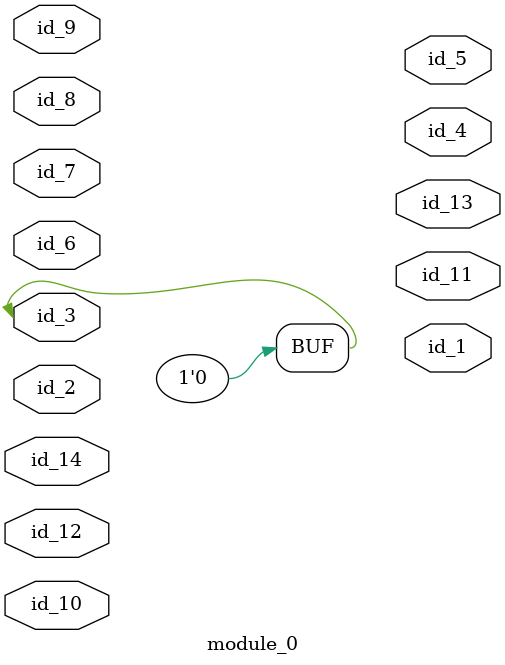
<source format=v>
module module_0 (
    id_1,
    id_2,
    id_3,
    id_4,
    id_5,
    id_6,
    id_7,
    id_8,
    id_9,
    id_10,
    id_11,
    id_12,
    id_13,
    id_14
);
  inout id_14;
  output id_13;
  inout id_12;
  output id_11;
  inout id_10;
  input id_9;
  input id_8;
  input id_7;
  inout id_6;
  output id_5;
  output id_4;
  inout id_3;
  inout id_2;
  output id_1;
  assign id_3 = 1'h0;
endmodule

</source>
